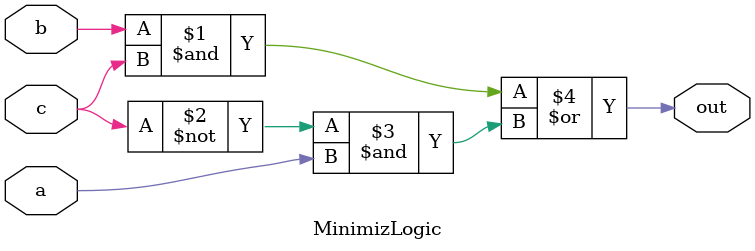
<source format=v>
module MinimizLogic(a, b, c, out);
input a, b, c;
output out;
assign out = (b&c)|(~c&a);
endmodule
</source>
